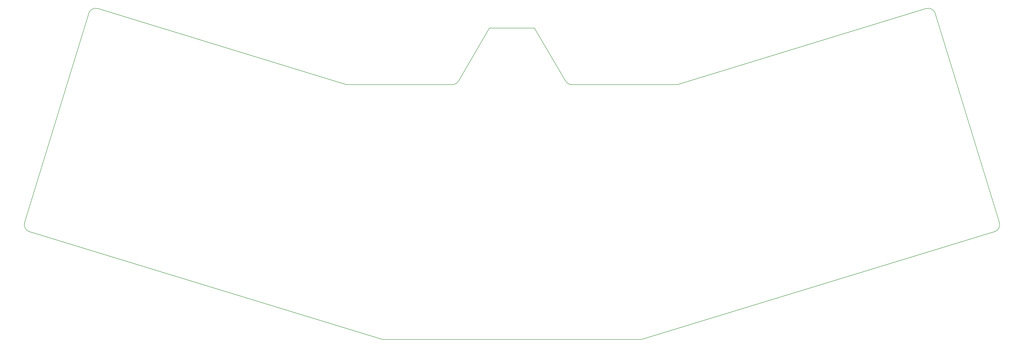
<source format=gm1>
G04 #@! TF.GenerationSoftware,KiCad,Pcbnew,8.0.6*
G04 #@! TF.CreationDate,2024-10-28T13:20:39+01:00*
G04 #@! TF.ProjectId,pteranodon,70746572-616e-46f6-946f-6e2e6b696361,rev?*
G04 #@! TF.SameCoordinates,Original*
G04 #@! TF.FileFunction,Profile,NP*
%FSLAX46Y46*%
G04 Gerber Fmt 4.6, Leading zero omitted, Abs format (unit mm)*
G04 Created by KiCad (PCBNEW 8.0.6) date 2024-10-28 13:20:39*
%MOMM*%
%LPD*%
G01*
G04 APERTURE LIST*
G04 #@! TA.AperFunction,Profile*
%ADD10C,0.200000*%
G04 #@! TD*
G04 APERTURE END LIST*
D10*
X276941385Y-115243780D02*
X377807501Y-84403910D01*
X13455388Y-175252863D02*
G75*
G02*
X11463517Y-171506812I877134J2868984D01*
G01*
X37484671Y-86395709D02*
G75*
G02*
X41230701Y-84403907I2868861J-877011D01*
G01*
X407574612Y-171506834D02*
G75*
G02*
X405582820Y-175252884I-2868890J-877145D01*
G01*
X381553529Y-86395709D02*
X407574612Y-171506834D01*
X200375118Y-92349778D02*
X218663118Y-92349778D01*
X377807501Y-84403910D02*
G75*
G02*
X381553571Y-86395696I877121J-2868968D01*
G01*
X218663118Y-92349778D02*
X231324336Y-113894846D01*
X200375118Y-92349778D02*
X187784191Y-113888868D01*
X142921204Y-115374881D02*
X185194239Y-115374881D01*
X405582813Y-175252862D02*
X262621286Y-218951743D01*
X142921204Y-115374881D02*
G75*
G02*
X142043618Y-115243646I18J3000003D01*
G01*
X41230700Y-84403910D02*
X142043616Y-115243651D01*
X13455388Y-175252863D02*
X156353749Y-218951634D01*
X187784191Y-113888868D02*
G75*
G02*
X185194239Y-115374896I-2589969J1513990D01*
G01*
X261744333Y-219082778D02*
X157231054Y-219082778D01*
X157231054Y-219082778D02*
G75*
G02*
X156353753Y-218951622I-32J2999499D01*
G01*
X262621286Y-218951743D02*
G75*
G02*
X261744333Y-219082783I-876965J2868965D01*
G01*
X233910786Y-115374888D02*
G75*
G02*
X231324315Y-113894858I36J3000110D01*
G01*
X11463589Y-171506834D02*
X37484671Y-86395709D01*
X276064218Y-115374881D02*
X233910786Y-115374888D01*
X276941385Y-115243780D02*
G75*
G02*
X276064218Y-115374881I-877165J2868902D01*
G01*
M02*

</source>
